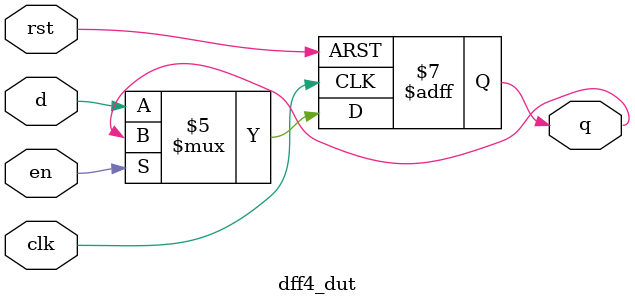
<source format=v>
module dff4_dut(d, clk, rst, en, q);
input d, clk, rst, en;
output q;
wire d, clk, rst, en;
reg q;

always@(posedge clk or negedge rst)
begin
    if(rst == 0)
    begin
    q <= 0;
    end
    else
    begin
        if(en == 1)
        begin
            q <= q;
        end
        else
        begin
            q <= d;
        end
    end
end
endmodule

</source>
